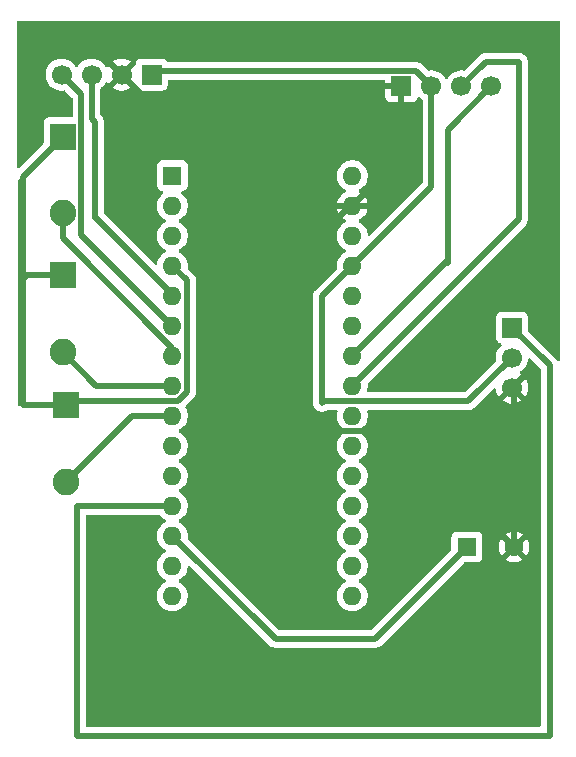
<source format=gbr>
%TF.GenerationSoftware,KiCad,Pcbnew,9.0.2*%
%TF.CreationDate,2025-06-04T00:58:58-04:00*%
%TF.ProjectId,placapcbbalanza,706c6163-6170-4636-9262-616c616e7a61,rev?*%
%TF.SameCoordinates,Original*%
%TF.FileFunction,Copper,L1,Top*%
%TF.FilePolarity,Positive*%
%FSLAX46Y46*%
G04 Gerber Fmt 4.6, Leading zero omitted, Abs format (unit mm)*
G04 Created by KiCad (PCBNEW 9.0.2) date 2025-06-04 00:58:58*
%MOMM*%
%LPD*%
G01*
G04 APERTURE LIST*
%TA.AperFunction,ComponentPad*%
%ADD10R,2.250000X2.250000*%
%TD*%
%TA.AperFunction,ComponentPad*%
%ADD11C,2.250000*%
%TD*%
%TA.AperFunction,ComponentPad*%
%ADD12R,1.700000X1.700000*%
%TD*%
%TA.AperFunction,ComponentPad*%
%ADD13C,1.700000*%
%TD*%
%TA.AperFunction,ComponentPad*%
%ADD14R,1.600000X1.600000*%
%TD*%
%TA.AperFunction,ComponentPad*%
%ADD15O,1.600000X1.600000*%
%TD*%
%TA.AperFunction,ComponentPad*%
%ADD16C,1.600000*%
%TD*%
%TA.AperFunction,Conductor*%
%ADD17C,0.500000*%
%TD*%
%TA.AperFunction,Conductor*%
%ADD18C,0.200000*%
%TD*%
G04 APERTURE END LIST*
D10*
%TO.P,SW4,1,1*%
%TO.N,Net-(A1-GND-Pad4)*%
X21404500Y-23325500D03*
D11*
%TO.P,SW4,2,2*%
%TO.N,Net-(A1-D4)*%
X21404500Y-29825500D03*
%TD*%
D12*
%TO.P,J3,1,Pin_1*%
%TO.N,Net-(A1-+5V)*%
X28924500Y-18075500D03*
D13*
%TO.P,J3,2,Pin_2*%
%TO.N,GND*%
X26384500Y-18075500D03*
%TO.P,J3,3,Pin_3*%
%TO.N,Net-(A1-D2)*%
X23844500Y-18075500D03*
%TO.P,J3,4,Pin_4*%
%TO.N,Net-(A1-D3)*%
X21304500Y-18075500D03*
%TD*%
D12*
%TO.P,J2,1,Pin_1*%
%TO.N,Net-(A1-D9)*%
X59434500Y-39495500D03*
D13*
%TO.P,J2,2,Pin_2*%
%TO.N,Net-(A1-+5V)*%
X59434500Y-42035500D03*
%TO.P,J2,3,Pin_3*%
%TO.N,GND*%
X59434500Y-44575500D03*
%TD*%
D12*
%TO.P,J4,1,Pin_1*%
%TO.N,GND*%
X50074500Y-19075500D03*
D13*
%TO.P,J4,2,Pin_2*%
%TO.N,Net-(A1-+5V)*%
X52614500Y-19075500D03*
%TO.P,J4,3,Pin_3*%
%TO.N,Net-(A1-A4)*%
X55154500Y-19075500D03*
%TO.P,J4,4,Pin_4*%
%TO.N,Net-(A1-A5)*%
X57694500Y-19075500D03*
%TD*%
D10*
%TO.P,SW2,1,1*%
%TO.N,Net-(A1-GND-Pad4)*%
X21654500Y-46075500D03*
D11*
%TO.P,SW2,2,2*%
%TO.N,Net-(A1-D6)*%
X21654500Y-52575500D03*
%TD*%
D14*
%TO.P,A1,1,D1/TX*%
%TO.N,unconnected-(A1-D1{slash}TX-Pad1)*%
X30684500Y-26635500D03*
D15*
%TO.P,A1,2,D0/RX*%
%TO.N,unconnected-(A1-D0{slash}RX-Pad2)*%
X30684500Y-29175500D03*
%TO.P,A1,3,~{RESET}*%
%TO.N,unconnected-(A1-~{RESET}-Pad3)*%
X30684500Y-31715500D03*
%TO.P,A1,4,GND*%
%TO.N,Net-(A1-GND-Pad4)*%
X30684500Y-34255500D03*
%TO.P,A1,5,D2*%
%TO.N,Net-(A1-D2)*%
X30684500Y-36795500D03*
%TO.P,A1,6,D3*%
%TO.N,Net-(A1-D3)*%
X30684500Y-39335500D03*
%TO.P,A1,7,D4*%
%TO.N,Net-(A1-D4)*%
X30684500Y-41875500D03*
%TO.P,A1,8,D5*%
%TO.N,Net-(A1-D5)*%
X30684500Y-44415500D03*
%TO.P,A1,9,D6*%
%TO.N,Net-(A1-D6)*%
X30684500Y-46955500D03*
%TO.P,A1,10,D7*%
%TO.N,unconnected-(A1-D7-Pad10)*%
X30684500Y-49495500D03*
%TO.P,A1,11,D8*%
%TO.N,unconnected-(A1-D8-Pad11)*%
X30684500Y-52035500D03*
%TO.P,A1,12,D9*%
%TO.N,Net-(A1-D9)*%
X30684500Y-54575500D03*
%TO.P,A1,13,D10*%
%TO.N,Net-(A1-D10)*%
X30684500Y-57115500D03*
%TO.P,A1,14,D11*%
%TO.N,unconnected-(A1-D11-Pad14)*%
X30684500Y-59655500D03*
%TO.P,A1,15,D12*%
%TO.N,unconnected-(A1-D12-Pad15)*%
X30684500Y-62195500D03*
%TO.P,A1,16,D13*%
%TO.N,unconnected-(A1-D13-Pad16)*%
X45924500Y-62195500D03*
%TO.P,A1,17,3V3*%
%TO.N,unconnected-(A1-3V3-Pad17)*%
X45924500Y-59655500D03*
%TO.P,A1,18,AREF*%
%TO.N,unconnected-(A1-AREF-Pad18)*%
X45924500Y-57115500D03*
%TO.P,A1,19,A0*%
%TO.N,unconnected-(A1-A0-Pad19)*%
X45924500Y-54575500D03*
%TO.P,A1,20,A1*%
%TO.N,unconnected-(A1-A1-Pad20)*%
X45924500Y-52035500D03*
%TO.P,A1,21,A2*%
%TO.N,unconnected-(A1-A2-Pad21)*%
X45924500Y-49495500D03*
%TO.P,A1,22,A3*%
%TO.N,unconnected-(A1-A3-Pad22)*%
X45924500Y-46955500D03*
%TO.P,A1,23,A4*%
%TO.N,Net-(A1-A4)*%
X45924500Y-44415500D03*
%TO.P,A1,24,A5*%
%TO.N,Net-(A1-A5)*%
X45924500Y-41875500D03*
%TO.P,A1,25,A6*%
%TO.N,unconnected-(A1-A6-Pad25)*%
X45924500Y-39335500D03*
%TO.P,A1,26,A7*%
%TO.N,unconnected-(A1-A7-Pad26)*%
X45924500Y-36795500D03*
%TO.P,A1,27,+5V*%
%TO.N,Net-(A1-+5V)*%
X45924500Y-34255500D03*
%TO.P,A1,28,~{RESET}*%
%TO.N,unconnected-(A1-~{RESET}-Pad28)*%
X45924500Y-31715500D03*
%TO.P,A1,29,GND*%
%TO.N,GND*%
X45924500Y-29175500D03*
%TO.P,A1,30,VIN*%
%TO.N,unconnected-(A1-VIN-Pad30)*%
X45924500Y-26635500D03*
%TD*%
D10*
%TO.P,SW1,1,1*%
%TO.N,Net-(A1-GND-Pad4)*%
X21404500Y-35075500D03*
D11*
%TO.P,SW1,2,2*%
%TO.N,Net-(A1-D5)*%
X21404500Y-41575500D03*
%TD*%
D14*
%TO.P,BZ1,1,+*%
%TO.N,Net-(A1-D10)*%
X55614500Y-58075500D03*
D16*
%TO.P,BZ1,2,-*%
%TO.N,GND*%
X59614500Y-58075500D03*
%TD*%
D17*
%TO.N,Net-(A1-D9)*%
X22614500Y-54575500D02*
X30684500Y-54575500D01*
X62614500Y-74075500D02*
X22614500Y-74075500D01*
X62614500Y-42675500D02*
X62614500Y-74075500D01*
X22614500Y-74075500D02*
X22614500Y-54575500D01*
X59434500Y-39495500D02*
X62614500Y-42675500D01*
%TO.N,Net-(A1-D5)*%
X21404500Y-41575500D02*
X24244500Y-44415500D01*
X30684500Y-44415500D02*
X24244500Y-44415500D01*
%TO.N,Net-(A1-A5)*%
X54003500Y-33796500D02*
X54003500Y-33996500D01*
X54000000Y-34000000D02*
X54000000Y-22770000D01*
X45924500Y-41875500D02*
X54003500Y-33796500D01*
X54000000Y-22770000D02*
X57694500Y-19075500D01*
X54003500Y-33996500D02*
X54000000Y-34000000D01*
%TO.N,Net-(A1-GND-Pad4)*%
X21404500Y-35075500D02*
X18075500Y-35075500D01*
D18*
X18654500Y-35075500D02*
X21404500Y-35075500D01*
X17654500Y-35575500D02*
X18154500Y-35575500D01*
D17*
X21404500Y-23325500D02*
X18000000Y-26730000D01*
X22025500Y-45704500D02*
X21654500Y-46075500D01*
X18075500Y-46075500D02*
X18000000Y-46000000D01*
X18000000Y-35000000D02*
X18000000Y-46000000D01*
X21654500Y-46075500D02*
X18075500Y-46075500D01*
D18*
X18154500Y-35575500D02*
X18654500Y-35075500D01*
X17654500Y-27075500D02*
X21404500Y-23325500D01*
X18000000Y-46075500D02*
X17654500Y-46075500D01*
D17*
X18075500Y-35075500D02*
X18000000Y-35000000D01*
X18000000Y-46000000D02*
X18000000Y-46075500D01*
X31164682Y-45704500D02*
X22025500Y-45704500D01*
D18*
X17654500Y-46075500D02*
X17654500Y-35575500D01*
D17*
X31935500Y-35506500D02*
X31935500Y-44933682D01*
X31935500Y-44933682D02*
X31164682Y-45704500D01*
D18*
X17654500Y-35575500D02*
X17654500Y-27075500D01*
X21654500Y-46075500D02*
X18000000Y-46075500D01*
D17*
X18000000Y-26730000D02*
X18000000Y-35000000D01*
X30684500Y-34255500D02*
X31935500Y-35506500D01*
%TO.N,Net-(A1-D6)*%
X21654500Y-52575500D02*
X27274500Y-46955500D01*
X27274500Y-46955500D02*
X30684500Y-46955500D01*
%TO.N,Net-(A1-D10)*%
X39414000Y-65845000D02*
X47845000Y-65845000D01*
X47845000Y-65845000D02*
X55614500Y-58075500D01*
X30684500Y-57115500D02*
X39414000Y-65845000D01*
%TO.N,Net-(A1-+5V)*%
X29225500Y-17774500D02*
X51313500Y-17774500D01*
X28924500Y-18075500D02*
X29225500Y-17774500D01*
X55704500Y-45704500D02*
X55735000Y-45735000D01*
X52614500Y-27565500D02*
X45924500Y-34255500D01*
X43485500Y-45704500D02*
X55704500Y-45704500D01*
X45924500Y-34255500D02*
X43335500Y-36844500D01*
X43335500Y-45854500D02*
X43485500Y-45704500D01*
X51313500Y-17774500D02*
X52614500Y-19075500D01*
X59434500Y-42035500D02*
X55735000Y-45735000D01*
X52614500Y-19075500D02*
X52614500Y-27565500D01*
X43335500Y-36844500D02*
X43335500Y-45854500D01*
%TO.N,Net-(A1-A4)*%
X60000000Y-30340000D02*
X60000000Y-17000000D01*
X60000000Y-30340000D02*
X45924500Y-44415500D01*
X57230000Y-17000000D02*
X55154500Y-19075500D01*
X60000000Y-17000000D02*
X57230000Y-17000000D01*
%TO.N,Net-(A1-D3)*%
X22980500Y-19751500D02*
X21304500Y-18075500D01*
X22980500Y-31631500D02*
X22980500Y-19751500D01*
X30684500Y-39335500D02*
X22980500Y-31631500D01*
%TO.N,Net-(A1-D4)*%
X21404500Y-29825500D02*
X21404500Y-31923500D01*
X30684500Y-41203500D02*
X30684500Y-41875500D01*
X21404500Y-31923500D02*
X30684500Y-41203500D01*
%TO.N,Net-(A1-D2)*%
X24114500Y-22075500D02*
X23844500Y-21805500D01*
X24225500Y-30225500D02*
X24114500Y-30225500D01*
X24114500Y-30225500D02*
X24114500Y-22075500D01*
X30684500Y-36795500D02*
X30795500Y-36795500D01*
X23844500Y-21805500D02*
X23844500Y-18075500D01*
X30795500Y-36795500D02*
X24225500Y-30225500D01*
D18*
%TO.N,GND*%
X59434500Y-51075500D02*
X58955500Y-50596500D01*
D17*
X56679000Y-48244500D02*
X43859000Y-48244500D01*
D18*
X59434500Y-57895500D02*
X59614500Y-58075500D01*
D17*
X50074500Y-25025500D02*
X50074500Y-19075500D01*
D18*
X41614500Y-33485500D02*
X45924500Y-29175500D01*
D17*
X45924500Y-29175500D02*
X50074500Y-25025500D01*
X59614500Y-58075500D02*
X59614500Y-44755500D01*
X41614500Y-33305500D02*
X41614500Y-33485500D01*
X45924500Y-29175500D02*
X45744500Y-29175500D01*
X41614500Y-46000000D02*
X41614500Y-33485500D01*
X26384500Y-18075500D02*
X41614500Y-33305500D01*
D18*
X59434500Y-51000000D02*
X59434500Y-51075500D01*
D17*
X59614500Y-44755500D02*
X59434500Y-44575500D01*
D18*
X59434500Y-44575500D02*
X59434500Y-51000000D01*
D17*
X59434500Y-51000000D02*
X56679000Y-48244500D01*
D18*
X59434500Y-51075500D02*
X59434500Y-57895500D01*
D17*
X43859000Y-48244500D02*
X41614500Y-46000000D01*
X45744500Y-29175500D02*
X41614500Y-33305500D01*
%TD*%
%TA.AperFunction,Conductor*%
%TO.N,GND*%
G36*
X25918575Y-18268493D02*
G01*
X25984401Y-18382507D01*
X26077493Y-18475599D01*
X26191507Y-18541425D01*
X26255090Y-18558462D01*
X25622782Y-19190769D01*
X25622782Y-19190770D01*
X25676949Y-19230124D01*
X25866282Y-19326595D01*
X26068370Y-19392257D01*
X26278254Y-19425500D01*
X26490746Y-19425500D01*
X26700627Y-19392257D01*
X26700630Y-19392257D01*
X26902717Y-19326595D01*
X27092054Y-19230122D01*
X27146216Y-19190770D01*
X27146217Y-19190770D01*
X26513908Y-18558462D01*
X26577493Y-18541425D01*
X26691507Y-18475599D01*
X26784599Y-18382507D01*
X26850425Y-18268493D01*
X26867462Y-18204909D01*
X27537681Y-18875128D01*
X27571166Y-18936451D01*
X27574000Y-18962800D01*
X27574000Y-18973365D01*
X27574001Y-18973376D01*
X27580408Y-19032983D01*
X27630702Y-19167828D01*
X27630706Y-19167835D01*
X27716952Y-19283044D01*
X27716955Y-19283047D01*
X27832164Y-19369293D01*
X27832171Y-19369297D01*
X27967017Y-19419591D01*
X27967016Y-19419591D01*
X27973944Y-19420335D01*
X28026627Y-19426000D01*
X29822372Y-19425999D01*
X29881983Y-19419591D01*
X30016831Y-19369296D01*
X30132046Y-19283046D01*
X30194560Y-19199539D01*
X30202915Y-19188377D01*
X30218296Y-19167831D01*
X30268591Y-19032983D01*
X30275000Y-18973373D01*
X30275000Y-18649000D01*
X30294685Y-18581961D01*
X30347489Y-18536206D01*
X30399000Y-18525000D01*
X48600500Y-18525000D01*
X48667539Y-18544685D01*
X48713294Y-18597489D01*
X48724500Y-18649000D01*
X48724500Y-18825500D01*
X49641488Y-18825500D01*
X49608575Y-18882507D01*
X49574500Y-19009674D01*
X49574500Y-19141326D01*
X49608575Y-19268493D01*
X49641488Y-19325500D01*
X48724500Y-19325500D01*
X48724500Y-19973344D01*
X48730901Y-20032872D01*
X48730903Y-20032879D01*
X48781145Y-20167586D01*
X48781149Y-20167593D01*
X48867309Y-20282687D01*
X48867312Y-20282690D01*
X48982406Y-20368850D01*
X48982413Y-20368854D01*
X49117120Y-20419096D01*
X49117127Y-20419098D01*
X49176655Y-20425499D01*
X49176672Y-20425500D01*
X49824500Y-20425500D01*
X49824500Y-19508512D01*
X49881507Y-19541425D01*
X50008674Y-19575500D01*
X50140326Y-19575500D01*
X50267493Y-19541425D01*
X50324500Y-19508512D01*
X50324500Y-20425500D01*
X50972328Y-20425500D01*
X50972344Y-20425499D01*
X51031872Y-20419098D01*
X51031879Y-20419096D01*
X51166586Y-20368854D01*
X51166593Y-20368850D01*
X51281687Y-20282690D01*
X51281690Y-20282687D01*
X51367850Y-20167593D01*
X51367854Y-20167586D01*
X51416922Y-20036029D01*
X51458793Y-19980095D01*
X51524257Y-19955678D01*
X51592530Y-19970530D01*
X51620785Y-19991681D01*
X51734708Y-20105604D01*
X51812884Y-20162402D01*
X51855551Y-20217731D01*
X51864000Y-20262720D01*
X51864000Y-27203269D01*
X51844315Y-27270308D01*
X51827681Y-27290950D01*
X47435433Y-31683197D01*
X47374110Y-31716682D01*
X47304418Y-31711698D01*
X47248485Y-31669826D01*
X47225279Y-31614914D01*
X47225000Y-31613152D01*
X47225000Y-31613148D01*
X47192977Y-31410966D01*
X47129720Y-31216281D01*
X47129718Y-31216278D01*
X47129718Y-31216276D01*
X47052823Y-31065363D01*
X47036787Y-31033890D01*
X47010723Y-30998016D01*
X46916471Y-30868286D01*
X46771713Y-30723528D01*
X46606111Y-30603213D01*
X46512869Y-30555703D01*
X46462074Y-30507729D01*
X46445279Y-30439907D01*
X46467817Y-30373773D01*
X46512871Y-30334734D01*
X46605847Y-30287361D01*
X46771394Y-30167082D01*
X46771395Y-30167082D01*
X46916082Y-30022395D01*
X46916082Y-30022394D01*
X47036359Y-29856849D01*
X47129255Y-29674529D01*
X47192490Y-29479913D01*
X47201109Y-29425500D01*
X46357512Y-29425500D01*
X46390425Y-29368493D01*
X46424500Y-29241326D01*
X46424500Y-29109674D01*
X46390425Y-28982507D01*
X46357512Y-28925500D01*
X47201109Y-28925500D01*
X47192490Y-28871086D01*
X47129255Y-28676470D01*
X47036359Y-28494150D01*
X46916082Y-28328605D01*
X46916082Y-28328604D01*
X46771395Y-28183917D01*
X46605849Y-28063640D01*
X46512870Y-28016265D01*
X46462074Y-27968290D01*
X46445279Y-27900469D01*
X46467816Y-27834335D01*
X46512870Y-27795295D01*
X46517288Y-27793044D01*
X46606110Y-27747787D01*
X46627270Y-27732413D01*
X46771713Y-27627471D01*
X46771715Y-27627468D01*
X46771719Y-27627466D01*
X46916466Y-27482719D01*
X46916468Y-27482715D01*
X46916471Y-27482713D01*
X46969232Y-27410090D01*
X47036787Y-27317110D01*
X47129720Y-27134719D01*
X47192977Y-26940034D01*
X47225000Y-26737852D01*
X47225000Y-26533148D01*
X47192977Y-26330966D01*
X47129720Y-26136281D01*
X47129718Y-26136278D01*
X47129718Y-26136276D01*
X47096003Y-26070107D01*
X47036787Y-25953890D01*
X47028932Y-25943079D01*
X46916471Y-25788286D01*
X46771713Y-25643528D01*
X46606113Y-25523215D01*
X46606112Y-25523214D01*
X46606110Y-25523213D01*
X46549153Y-25494191D01*
X46423723Y-25430281D01*
X46229034Y-25367022D01*
X46054495Y-25339378D01*
X46026852Y-25335000D01*
X45822148Y-25335000D01*
X45797829Y-25338851D01*
X45619965Y-25367022D01*
X45425276Y-25430281D01*
X45242886Y-25523215D01*
X45077286Y-25643528D01*
X44932528Y-25788286D01*
X44812215Y-25953886D01*
X44719281Y-26136276D01*
X44656022Y-26330965D01*
X44624000Y-26533148D01*
X44624000Y-26737851D01*
X44656022Y-26940034D01*
X44719281Y-27134723D01*
X44812215Y-27317113D01*
X44932528Y-27482713D01*
X45077286Y-27627471D01*
X45232249Y-27740056D01*
X45242890Y-27747787D01*
X45314924Y-27784490D01*
X45336129Y-27795295D01*
X45386925Y-27843270D01*
X45403720Y-27911091D01*
X45381182Y-27977226D01*
X45336129Y-28016265D01*
X45243150Y-28063640D01*
X45077605Y-28183917D01*
X45077604Y-28183917D01*
X44932917Y-28328604D01*
X44932917Y-28328605D01*
X44812640Y-28494150D01*
X44719744Y-28676470D01*
X44656509Y-28871086D01*
X44647891Y-28925500D01*
X45491488Y-28925500D01*
X45458575Y-28982507D01*
X45424500Y-29109674D01*
X45424500Y-29241326D01*
X45458575Y-29368493D01*
X45491488Y-29425500D01*
X44647891Y-29425500D01*
X44656509Y-29479913D01*
X44719744Y-29674529D01*
X44812640Y-29856849D01*
X44932917Y-30022394D01*
X44932917Y-30022395D01*
X45077604Y-30167082D01*
X45243152Y-30287361D01*
X45336128Y-30334734D01*
X45386925Y-30382708D01*
X45403720Y-30450529D01*
X45381183Y-30516664D01*
X45336130Y-30555703D01*
X45242888Y-30603213D01*
X45077286Y-30723528D01*
X44932528Y-30868286D01*
X44812215Y-31033886D01*
X44719281Y-31216276D01*
X44656022Y-31410965D01*
X44624000Y-31613148D01*
X44624000Y-31817851D01*
X44656022Y-32020034D01*
X44719281Y-32214723D01*
X44812215Y-32397113D01*
X44932528Y-32562713D01*
X45077286Y-32707471D01*
X45232249Y-32820056D01*
X45242890Y-32827787D01*
X45334340Y-32874383D01*
X45335580Y-32875015D01*
X45386376Y-32922990D01*
X45403171Y-32990811D01*
X45380634Y-33056946D01*
X45335580Y-33095985D01*
X45242886Y-33143215D01*
X45077286Y-33263528D01*
X44932528Y-33408286D01*
X44812215Y-33573886D01*
X44719281Y-33756276D01*
X44656022Y-33950965D01*
X44632818Y-34097473D01*
X44624000Y-34153148D01*
X44624000Y-34357852D01*
X44632818Y-34413525D01*
X44623864Y-34482818D01*
X44598026Y-34520604D01*
X42752550Y-36366080D01*
X42752544Y-36366088D01*
X42703312Y-36439768D01*
X42703313Y-36439769D01*
X42670421Y-36488996D01*
X42670414Y-36489008D01*
X42613842Y-36625586D01*
X42613840Y-36625592D01*
X42585000Y-36770579D01*
X42585000Y-36770582D01*
X42585000Y-45928418D01*
X42585000Y-45928420D01*
X42584999Y-45928420D01*
X42613840Y-46073407D01*
X42613843Y-46073417D01*
X42670413Y-46209990D01*
X42670417Y-46209997D01*
X42676371Y-46218907D01*
X42676373Y-46218914D01*
X42676375Y-46218913D01*
X42752548Y-46332916D01*
X42857084Y-46437452D01*
X42923137Y-46481586D01*
X42980005Y-46519584D01*
X42980007Y-46519585D01*
X42980011Y-46519587D01*
X43047342Y-46547476D01*
X43116587Y-46576158D01*
X43116591Y-46576158D01*
X43116592Y-46576159D01*
X43261579Y-46605000D01*
X43261582Y-46605000D01*
X43409420Y-46605000D01*
X43506962Y-46585596D01*
X43554413Y-46576158D01*
X43690995Y-46519584D01*
X43747863Y-46481586D01*
X43756387Y-46475890D01*
X43823065Y-46455020D01*
X43825266Y-46455000D01*
X44549024Y-46455000D01*
X44616063Y-46474685D01*
X44661818Y-46527489D01*
X44671762Y-46596647D01*
X44666955Y-46617317D01*
X44656024Y-46650957D01*
X44656023Y-46650964D01*
X44624000Y-46853148D01*
X44624000Y-47057851D01*
X44656022Y-47260034D01*
X44719281Y-47454723D01*
X44812215Y-47637113D01*
X44932528Y-47802713D01*
X45077286Y-47947471D01*
X45232249Y-48060056D01*
X45242890Y-48067787D01*
X45334340Y-48114383D01*
X45335580Y-48115015D01*
X45386376Y-48162990D01*
X45403171Y-48230811D01*
X45380634Y-48296946D01*
X45335580Y-48335985D01*
X45242886Y-48383215D01*
X45077286Y-48503528D01*
X44932528Y-48648286D01*
X44812215Y-48813886D01*
X44719281Y-48996276D01*
X44656022Y-49190965D01*
X44624000Y-49393148D01*
X44624000Y-49597851D01*
X44656022Y-49800034D01*
X44719281Y-49994723D01*
X44812215Y-50177113D01*
X44932528Y-50342713D01*
X45077286Y-50487471D01*
X45232249Y-50600056D01*
X45242890Y-50607787D01*
X45334340Y-50654383D01*
X45335580Y-50655015D01*
X45386376Y-50702990D01*
X45403171Y-50770811D01*
X45380634Y-50836946D01*
X45335580Y-50875985D01*
X45242886Y-50923215D01*
X45077286Y-51043528D01*
X44932528Y-51188286D01*
X44812215Y-51353886D01*
X44719281Y-51536276D01*
X44656022Y-51730965D01*
X44624000Y-51933148D01*
X44624000Y-52137851D01*
X44656022Y-52340034D01*
X44719281Y-52534723D01*
X44783191Y-52660153D01*
X44805242Y-52703429D01*
X44812215Y-52717113D01*
X44932528Y-52882713D01*
X45077286Y-53027471D01*
X45232249Y-53140056D01*
X45242890Y-53147787D01*
X45334340Y-53194383D01*
X45335580Y-53195015D01*
X45386376Y-53242990D01*
X45403171Y-53310811D01*
X45380634Y-53376946D01*
X45335580Y-53415985D01*
X45242886Y-53463215D01*
X45077286Y-53583528D01*
X44932528Y-53728286D01*
X44812215Y-53893886D01*
X44719281Y-54076276D01*
X44656022Y-54270965D01*
X44624000Y-54473148D01*
X44624000Y-54677851D01*
X44656022Y-54880034D01*
X44719281Y-55074723D01*
X44812215Y-55257113D01*
X44932528Y-55422713D01*
X45077286Y-55567471D01*
X45232249Y-55680056D01*
X45242890Y-55687787D01*
X45334340Y-55734383D01*
X45335580Y-55735015D01*
X45386376Y-55782990D01*
X45403171Y-55850811D01*
X45380634Y-55916946D01*
X45335580Y-55955985D01*
X45242886Y-56003215D01*
X45077286Y-56123528D01*
X44932528Y-56268286D01*
X44812215Y-56433886D01*
X44719281Y-56616276D01*
X44656022Y-56810965D01*
X44639077Y-56917954D01*
X44624000Y-57013148D01*
X44624000Y-57217852D01*
X44628378Y-57245495D01*
X44656022Y-57420034D01*
X44719281Y-57614723D01*
X44812215Y-57797113D01*
X44932528Y-57962713D01*
X45077286Y-58107471D01*
X45232249Y-58220056D01*
X45242890Y-58227787D01*
X45334340Y-58274383D01*
X45335580Y-58275015D01*
X45386376Y-58322990D01*
X45403171Y-58390811D01*
X45380634Y-58456946D01*
X45335580Y-58495985D01*
X45242886Y-58543215D01*
X45077286Y-58663528D01*
X44932528Y-58808286D01*
X44812215Y-58973886D01*
X44719281Y-59156276D01*
X44656022Y-59350965D01*
X44624000Y-59553148D01*
X44624000Y-59757851D01*
X44656022Y-59960034D01*
X44719281Y-60154723D01*
X44812215Y-60337113D01*
X44932528Y-60502713D01*
X45077286Y-60647471D01*
X45232249Y-60760056D01*
X45242890Y-60767787D01*
X45334340Y-60814383D01*
X45335580Y-60815015D01*
X45386376Y-60862990D01*
X45403171Y-60930811D01*
X45380634Y-60996946D01*
X45335580Y-61035985D01*
X45242886Y-61083215D01*
X45077286Y-61203528D01*
X44932528Y-61348286D01*
X44812215Y-61513886D01*
X44719281Y-61696276D01*
X44656022Y-61890965D01*
X44624000Y-62093148D01*
X44624000Y-62297851D01*
X44656022Y-62500034D01*
X44719281Y-62694723D01*
X44812215Y-62877113D01*
X44932528Y-63042713D01*
X45077286Y-63187471D01*
X45232249Y-63300056D01*
X45242890Y-63307787D01*
X45359107Y-63367003D01*
X45425276Y-63400718D01*
X45425278Y-63400718D01*
X45425281Y-63400720D01*
X45529637Y-63434627D01*
X45619965Y-63463977D01*
X45721057Y-63479988D01*
X45822148Y-63496000D01*
X45822149Y-63496000D01*
X46026851Y-63496000D01*
X46026852Y-63496000D01*
X46229034Y-63463977D01*
X46423719Y-63400720D01*
X46606110Y-63307787D01*
X46699090Y-63240232D01*
X46771713Y-63187471D01*
X46771715Y-63187468D01*
X46771719Y-63187466D01*
X46916466Y-63042719D01*
X46916468Y-63042715D01*
X46916471Y-63042713D01*
X46969232Y-62970090D01*
X47036787Y-62877110D01*
X47129720Y-62694719D01*
X47192977Y-62500034D01*
X47225000Y-62297852D01*
X47225000Y-62093148D01*
X47192977Y-61890966D01*
X47129720Y-61696281D01*
X47129718Y-61696278D01*
X47129718Y-61696276D01*
X47096003Y-61630107D01*
X47036787Y-61513890D01*
X47029056Y-61503249D01*
X46916471Y-61348286D01*
X46771713Y-61203528D01*
X46606114Y-61083215D01*
X46599506Y-61079848D01*
X46513417Y-61035983D01*
X46462623Y-60988011D01*
X46445828Y-60920190D01*
X46468365Y-60854055D01*
X46513417Y-60815016D01*
X46606110Y-60767787D01*
X46627270Y-60752413D01*
X46771713Y-60647471D01*
X46771715Y-60647468D01*
X46771719Y-60647466D01*
X46916466Y-60502719D01*
X46916468Y-60502715D01*
X46916471Y-60502713D01*
X46969232Y-60430090D01*
X47036787Y-60337110D01*
X47129720Y-60154719D01*
X47192977Y-59960034D01*
X47225000Y-59757852D01*
X47225000Y-59553148D01*
X47192977Y-59350966D01*
X47129720Y-59156281D01*
X47129718Y-59156278D01*
X47129718Y-59156276D01*
X47096003Y-59090107D01*
X47036787Y-58973890D01*
X47000078Y-58923364D01*
X46916471Y-58808286D01*
X46771713Y-58663528D01*
X46606114Y-58543215D01*
X46571346Y-58525500D01*
X46513417Y-58495983D01*
X46462623Y-58448011D01*
X46445828Y-58380190D01*
X46468365Y-58314055D01*
X46513417Y-58275016D01*
X46606110Y-58227787D01*
X46627270Y-58212413D01*
X46771713Y-58107471D01*
X46771715Y-58107468D01*
X46771719Y-58107466D01*
X46916466Y-57962719D01*
X46916468Y-57962715D01*
X46916471Y-57962713D01*
X46969232Y-57890090D01*
X47036787Y-57797110D01*
X47129720Y-57614719D01*
X47192977Y-57420034D01*
X47225000Y-57217852D01*
X47225000Y-57013148D01*
X47192977Y-56810966D01*
X47183373Y-56781409D01*
X47129718Y-56616276D01*
X47096003Y-56550107D01*
X47036787Y-56433890D01*
X47029056Y-56423249D01*
X46916471Y-56268286D01*
X46771713Y-56123528D01*
X46606114Y-56003215D01*
X46599506Y-55999848D01*
X46513417Y-55955983D01*
X46462623Y-55908011D01*
X46445828Y-55840190D01*
X46468365Y-55774055D01*
X46513417Y-55735016D01*
X46606110Y-55687787D01*
X46627270Y-55672413D01*
X46771713Y-55567471D01*
X46771715Y-55567468D01*
X46771719Y-55567466D01*
X46916466Y-55422719D01*
X46916468Y-55422715D01*
X46916471Y-55422713D01*
X46986736Y-55326000D01*
X47036787Y-55257110D01*
X47129720Y-55074719D01*
X47192977Y-54880034D01*
X47225000Y-54677852D01*
X47225000Y-54473148D01*
X47192977Y-54270966D01*
X47129720Y-54076281D01*
X47129718Y-54076278D01*
X47129718Y-54076276D01*
X47096003Y-54010107D01*
X47036787Y-53893890D01*
X46986736Y-53825000D01*
X46916471Y-53728286D01*
X46771713Y-53583528D01*
X46606114Y-53463215D01*
X46535915Y-53427447D01*
X46513417Y-53415983D01*
X46462623Y-53368011D01*
X46445828Y-53300190D01*
X46468365Y-53234055D01*
X46513417Y-53195016D01*
X46606110Y-53147787D01*
X46627270Y-53132413D01*
X46771713Y-53027471D01*
X46771715Y-53027468D01*
X46771719Y-53027466D01*
X46916466Y-52882719D01*
X46916468Y-52882715D01*
X46916471Y-52882713D01*
X46969232Y-52810090D01*
X47036787Y-52717110D01*
X47129720Y-52534719D01*
X47192977Y-52340034D01*
X47225000Y-52137852D01*
X47225000Y-51933148D01*
X47192977Y-51730966D01*
X47190568Y-51723553D01*
X47129718Y-51536276D01*
X47096003Y-51470107D01*
X47036787Y-51353890D01*
X47023522Y-51335632D01*
X46916471Y-51188286D01*
X46771713Y-51043528D01*
X46606114Y-50923215D01*
X46599506Y-50919848D01*
X46513417Y-50875983D01*
X46462623Y-50828011D01*
X46445828Y-50760190D01*
X46468365Y-50694055D01*
X46513417Y-50655016D01*
X46606110Y-50607787D01*
X46627270Y-50592413D01*
X46771713Y-50487471D01*
X46771715Y-50487468D01*
X46771719Y-50487466D01*
X46916466Y-50342719D01*
X46916468Y-50342715D01*
X46916471Y-50342713D01*
X46969232Y-50270090D01*
X47036787Y-50177110D01*
X47129720Y-49994719D01*
X47192977Y-49800034D01*
X47225000Y-49597852D01*
X47225000Y-49393148D01*
X47192977Y-49190966D01*
X47129720Y-48996281D01*
X47129718Y-48996278D01*
X47129718Y-48996276D01*
X47096003Y-48930107D01*
X47036787Y-48813890D01*
X47029056Y-48803249D01*
X46916471Y-48648286D01*
X46771713Y-48503528D01*
X46606114Y-48383215D01*
X46599506Y-48379848D01*
X46513417Y-48335983D01*
X46462623Y-48288011D01*
X46445828Y-48220190D01*
X46468365Y-48154055D01*
X46513417Y-48115016D01*
X46606110Y-48067787D01*
X46627270Y-48052413D01*
X46771713Y-47947471D01*
X46771715Y-47947468D01*
X46771719Y-47947466D01*
X46916466Y-47802719D01*
X46916468Y-47802715D01*
X46916471Y-47802713D01*
X46986736Y-47706000D01*
X47036787Y-47637110D01*
X47129720Y-47454719D01*
X47192977Y-47260034D01*
X47225000Y-47057852D01*
X47225000Y-46853148D01*
X47192977Y-46650966D01*
X47192975Y-46650962D01*
X47192975Y-46650957D01*
X47182045Y-46617317D01*
X47180050Y-46547476D01*
X47216131Y-46487644D01*
X47278832Y-46456816D01*
X47299976Y-46455000D01*
X55495534Y-46455000D01*
X55519725Y-46457383D01*
X55661078Y-46485499D01*
X55661082Y-46485500D01*
X55661083Y-46485500D01*
X55808919Y-46485500D01*
X55808920Y-46485499D01*
X55953913Y-46456659D01*
X56090495Y-46400084D01*
X56213416Y-46317952D01*
X56317952Y-46213416D01*
X57880306Y-44651061D01*
X57941624Y-44617579D01*
X58011315Y-44622563D01*
X58067249Y-44664434D01*
X58090455Y-44719347D01*
X58117742Y-44891627D01*
X58117742Y-44891630D01*
X58183404Y-45093717D01*
X58279875Y-45283050D01*
X58319228Y-45337216D01*
X58951537Y-44704908D01*
X58968575Y-44768493D01*
X59034401Y-44882507D01*
X59127493Y-44975599D01*
X59241507Y-45041425D01*
X59305090Y-45058462D01*
X58672782Y-45690769D01*
X58672782Y-45690770D01*
X58726949Y-45730124D01*
X58916282Y-45826595D01*
X59118370Y-45892257D01*
X59328254Y-45925500D01*
X59540746Y-45925500D01*
X59750627Y-45892257D01*
X59750630Y-45892257D01*
X59952717Y-45826595D01*
X60142054Y-45730122D01*
X60196216Y-45690770D01*
X60196217Y-45690770D01*
X59563908Y-45058462D01*
X59627493Y-45041425D01*
X59741507Y-44975599D01*
X59834599Y-44882507D01*
X59900425Y-44768493D01*
X59917462Y-44704908D01*
X60549770Y-45337217D01*
X60549770Y-45337216D01*
X60589122Y-45283054D01*
X60685595Y-45093717D01*
X60751257Y-44891630D01*
X60751257Y-44891627D01*
X60784500Y-44681746D01*
X60784500Y-44469253D01*
X60751257Y-44259372D01*
X60751257Y-44259369D01*
X60685595Y-44057282D01*
X60589124Y-43867949D01*
X60549770Y-43813782D01*
X60549769Y-43813782D01*
X59917462Y-44446090D01*
X59900425Y-44382507D01*
X59834599Y-44268493D01*
X59741507Y-44175401D01*
X59627493Y-44109575D01*
X59563908Y-44092537D01*
X60196216Y-43460228D01*
X60142047Y-43420873D01*
X60142047Y-43420872D01*
X60133000Y-43416263D01*
X60082206Y-43368288D01*
X60065412Y-43300466D01*
X60087951Y-43234332D01*
X60133008Y-43195293D01*
X60142316Y-43190551D01*
X60221507Y-43133015D01*
X60314286Y-43065609D01*
X60314288Y-43065606D01*
X60314292Y-43065604D01*
X60464604Y-42915292D01*
X60464606Y-42915288D01*
X60464609Y-42915286D01*
X60589548Y-42743320D01*
X60589547Y-42743320D01*
X60589551Y-42743316D01*
X60686057Y-42553912D01*
X60751746Y-42351743D01*
X60778981Y-42179784D01*
X60808910Y-42116652D01*
X60868221Y-42079720D01*
X60938084Y-42080718D01*
X60989135Y-42111503D01*
X61827681Y-42950048D01*
X61861166Y-43011371D01*
X61864000Y-43037729D01*
X61864000Y-73201000D01*
X61844315Y-73268039D01*
X61791511Y-73313794D01*
X61740000Y-73325000D01*
X23489000Y-73325000D01*
X23421961Y-73305315D01*
X23376206Y-73252511D01*
X23365000Y-73201000D01*
X23365000Y-55450000D01*
X23384685Y-55382961D01*
X23437489Y-55337206D01*
X23489000Y-55326000D01*
X29559082Y-55326000D01*
X29626121Y-55345685D01*
X29659400Y-55377115D01*
X29692528Y-55422712D01*
X29692532Y-55422717D01*
X29837286Y-55567471D01*
X29992249Y-55680056D01*
X30002890Y-55687787D01*
X30094340Y-55734383D01*
X30095580Y-55735015D01*
X30146376Y-55782990D01*
X30163171Y-55850811D01*
X30140634Y-55916946D01*
X30095580Y-55955985D01*
X30002886Y-56003215D01*
X29837286Y-56123528D01*
X29692528Y-56268286D01*
X29572215Y-56433886D01*
X29479281Y-56616276D01*
X29416022Y-56810965D01*
X29399077Y-56917954D01*
X29384000Y-57013148D01*
X29384000Y-57217852D01*
X29388378Y-57245495D01*
X29416022Y-57420034D01*
X29479281Y-57614723D01*
X29572215Y-57797113D01*
X29692528Y-57962713D01*
X29837286Y-58107471D01*
X29992249Y-58220056D01*
X30002890Y-58227787D01*
X30094340Y-58274383D01*
X30095580Y-58275015D01*
X30146376Y-58322990D01*
X30163171Y-58390811D01*
X30140634Y-58456946D01*
X30095580Y-58495985D01*
X30002886Y-58543215D01*
X29837286Y-58663528D01*
X29692528Y-58808286D01*
X29572215Y-58973886D01*
X29479281Y-59156276D01*
X29416022Y-59350965D01*
X29384000Y-59553148D01*
X29384000Y-59757851D01*
X29416022Y-59960034D01*
X29479281Y-60154723D01*
X29572215Y-60337113D01*
X29692528Y-60502713D01*
X29837286Y-60647471D01*
X29992249Y-60760056D01*
X30002890Y-60767787D01*
X30094340Y-60814383D01*
X30095580Y-60815015D01*
X30146376Y-60862990D01*
X30163171Y-60930811D01*
X30140634Y-60996946D01*
X30095580Y-61035985D01*
X30002886Y-61083215D01*
X29837286Y-61203528D01*
X29692528Y-61348286D01*
X29572215Y-61513886D01*
X29479281Y-61696276D01*
X29416022Y-61890965D01*
X29384000Y-62093148D01*
X29384000Y-62297851D01*
X29416022Y-62500034D01*
X29479281Y-62694723D01*
X29572215Y-62877113D01*
X29692528Y-63042713D01*
X29837286Y-63187471D01*
X29992249Y-63300056D01*
X30002890Y-63307787D01*
X30119107Y-63367003D01*
X30185276Y-63400718D01*
X30185278Y-63400718D01*
X30185281Y-63400720D01*
X30289637Y-63434627D01*
X30379965Y-63463977D01*
X30481057Y-63479988D01*
X30582148Y-63496000D01*
X30582149Y-63496000D01*
X30786851Y-63496000D01*
X30786852Y-63496000D01*
X30989034Y-63463977D01*
X31183719Y-63400720D01*
X31366110Y-63307787D01*
X31459090Y-63240232D01*
X31531713Y-63187471D01*
X31531715Y-63187468D01*
X31531719Y-63187466D01*
X31676466Y-63042719D01*
X31676468Y-63042715D01*
X31676471Y-63042713D01*
X31729232Y-62970090D01*
X31796787Y-62877110D01*
X31889720Y-62694719D01*
X31952977Y-62500034D01*
X31985000Y-62297852D01*
X31985000Y-62093148D01*
X31952977Y-61890966D01*
X31889720Y-61696281D01*
X31889718Y-61696278D01*
X31889718Y-61696276D01*
X31856003Y-61630107D01*
X31796787Y-61513890D01*
X31789056Y-61503249D01*
X31676471Y-61348286D01*
X31531713Y-61203528D01*
X31366114Y-61083215D01*
X31359506Y-61079848D01*
X31273417Y-61035983D01*
X31222623Y-60988011D01*
X31205828Y-60920190D01*
X31228365Y-60854055D01*
X31273417Y-60815016D01*
X31366110Y-60767787D01*
X31387270Y-60752413D01*
X31531713Y-60647471D01*
X31531715Y-60647468D01*
X31531719Y-60647466D01*
X31676466Y-60502719D01*
X31676468Y-60502715D01*
X31676471Y-60502713D01*
X31729232Y-60430090D01*
X31796787Y-60337110D01*
X31889720Y-60154719D01*
X31952977Y-59960034D01*
X31985000Y-59757852D01*
X31985000Y-59757845D01*
X31985279Y-59756084D01*
X32015208Y-59692950D01*
X32074519Y-59656018D01*
X32144382Y-59657016D01*
X32195433Y-59687801D01*
X38935580Y-66427948D01*
X38935584Y-66427951D01*
X39058498Y-66510080D01*
X39058511Y-66510087D01*
X39195082Y-66566656D01*
X39195087Y-66566658D01*
X39195091Y-66566658D01*
X39195092Y-66566659D01*
X39340079Y-66595500D01*
X39340082Y-66595500D01*
X47918920Y-66595500D01*
X48016462Y-66576096D01*
X48063913Y-66566658D01*
X48200495Y-66510084D01*
X48249729Y-66477186D01*
X48323416Y-66427952D01*
X55339048Y-59412317D01*
X55400371Y-59378833D01*
X55426729Y-59375999D01*
X56462371Y-59375999D01*
X56462372Y-59375999D01*
X56521983Y-59369591D01*
X56656831Y-59319296D01*
X56772046Y-59233046D01*
X56858296Y-59117831D01*
X56878232Y-59064381D01*
X56878233Y-59064379D01*
X56908590Y-58982985D01*
X56908591Y-58982983D01*
X56915000Y-58923373D01*
X56914999Y-57973182D01*
X58314500Y-57973182D01*
X58314500Y-58177817D01*
X58346509Y-58379917D01*
X58409744Y-58574531D01*
X58502641Y-58756850D01*
X58502647Y-58756859D01*
X58535023Y-58801421D01*
X58535024Y-58801422D01*
X59172361Y-58164084D01*
X59195167Y-58249194D01*
X59254410Y-58351806D01*
X59338194Y-58435590D01*
X59440806Y-58494833D01*
X59525914Y-58517637D01*
X58888576Y-59154974D01*
X58933150Y-59187359D01*
X59115468Y-59280255D01*
X59310082Y-59343490D01*
X59512183Y-59375500D01*
X59716817Y-59375500D01*
X59918917Y-59343490D01*
X60113531Y-59280255D01*
X60295849Y-59187359D01*
X60340421Y-59154974D01*
X59703085Y-58517638D01*
X59788194Y-58494833D01*
X59890806Y-58435590D01*
X59974590Y-58351806D01*
X60033833Y-58249194D01*
X60056638Y-58164085D01*
X60693974Y-58801421D01*
X60726359Y-58756849D01*
X60819255Y-58574531D01*
X60882490Y-58379917D01*
X60914500Y-58177817D01*
X60914500Y-57973182D01*
X60882490Y-57771082D01*
X60819255Y-57576468D01*
X60726359Y-57394150D01*
X60693974Y-57349577D01*
X60693974Y-57349576D01*
X60056637Y-57986913D01*
X60033833Y-57901806D01*
X59974590Y-57799194D01*
X59890806Y-57715410D01*
X59788194Y-57656167D01*
X59703084Y-57633361D01*
X60340422Y-56996024D01*
X60340421Y-56996023D01*
X60295859Y-56963647D01*
X60295850Y-56963641D01*
X60113531Y-56870744D01*
X59918917Y-56807509D01*
X59716817Y-56775500D01*
X59512183Y-56775500D01*
X59310082Y-56807509D01*
X59115468Y-56870744D01*
X58933144Y-56963643D01*
X58888577Y-56996023D01*
X58888577Y-56996024D01*
X59525915Y-57633361D01*
X59440806Y-57656167D01*
X59338194Y-57715410D01*
X59254410Y-57799194D01*
X59195167Y-57901806D01*
X59172361Y-57986914D01*
X58535024Y-57349577D01*
X58535023Y-57349577D01*
X58502643Y-57394144D01*
X58409744Y-57576468D01*
X58346509Y-57771082D01*
X58314500Y-57973182D01*
X56914999Y-57973182D01*
X56914999Y-57227628D01*
X56908591Y-57168017D01*
X56908591Y-57168016D01*
X56878231Y-57086616D01*
X56858297Y-57033171D01*
X56858293Y-57033164D01*
X56772047Y-56917955D01*
X56772044Y-56917952D01*
X56656835Y-56831706D01*
X56656828Y-56831702D01*
X56521982Y-56781408D01*
X56521983Y-56781408D01*
X56462383Y-56775001D01*
X56462381Y-56775000D01*
X56462373Y-56775000D01*
X56462364Y-56775000D01*
X54766629Y-56775000D01*
X54766623Y-56775001D01*
X54707016Y-56781408D01*
X54572171Y-56831702D01*
X54572164Y-56831706D01*
X54456955Y-56917952D01*
X54456952Y-56917955D01*
X54370706Y-57033164D01*
X54370702Y-57033171D01*
X54320408Y-57168017D01*
X54315051Y-57217849D01*
X54314001Y-57227623D01*
X54314000Y-57227635D01*
X54314000Y-58263270D01*
X54294315Y-58330309D01*
X54277681Y-58350951D01*
X47570451Y-65058181D01*
X47509128Y-65091666D01*
X47482770Y-65094500D01*
X39776229Y-65094500D01*
X39709190Y-65074815D01*
X39688548Y-65058181D01*
X32010973Y-57380606D01*
X31977488Y-57319283D01*
X31976181Y-57273528D01*
X31985000Y-57217852D01*
X31985000Y-57013148D01*
X31952977Y-56810966D01*
X31943373Y-56781409D01*
X31889718Y-56616276D01*
X31856003Y-56550107D01*
X31796787Y-56433890D01*
X31789056Y-56423249D01*
X31676471Y-56268286D01*
X31531713Y-56123528D01*
X31366114Y-56003215D01*
X31359506Y-55999848D01*
X31273417Y-55955983D01*
X31222623Y-55908011D01*
X31205828Y-55840190D01*
X31228365Y-55774055D01*
X31273417Y-55735016D01*
X31366110Y-55687787D01*
X31387270Y-55672413D01*
X31531713Y-55567471D01*
X31531715Y-55567468D01*
X31531719Y-55567466D01*
X31676466Y-55422719D01*
X31676468Y-55422715D01*
X31676471Y-55422713D01*
X31746736Y-55326000D01*
X31796787Y-55257110D01*
X31889720Y-55074719D01*
X31952977Y-54880034D01*
X31985000Y-54677852D01*
X31985000Y-54473148D01*
X31952977Y-54270966D01*
X31889720Y-54076281D01*
X31889718Y-54076278D01*
X31889718Y-54076276D01*
X31856003Y-54010107D01*
X31796787Y-53893890D01*
X31746736Y-53825000D01*
X31676471Y-53728286D01*
X31531713Y-53583528D01*
X31366114Y-53463215D01*
X31295915Y-53427447D01*
X31273417Y-53415983D01*
X31222623Y-53368011D01*
X31205828Y-53300190D01*
X31228365Y-53234055D01*
X31273417Y-53195016D01*
X31366110Y-53147787D01*
X31387270Y-53132413D01*
X31531713Y-53027471D01*
X31531715Y-53027468D01*
X31531719Y-53027466D01*
X31676466Y-52882719D01*
X31676468Y-52882715D01*
X31676471Y-52882713D01*
X31729232Y-52810090D01*
X31796787Y-52717110D01*
X31889720Y-52534719D01*
X31952977Y-52340034D01*
X31985000Y-52137852D01*
X31985000Y-51933148D01*
X31952977Y-51730966D01*
X31950568Y-51723553D01*
X31889718Y-51536276D01*
X31856003Y-51470107D01*
X31796787Y-51353890D01*
X31783522Y-51335632D01*
X31676471Y-51188286D01*
X31531713Y-51043528D01*
X31366114Y-50923215D01*
X31359506Y-50919848D01*
X31273417Y-50875983D01*
X31222623Y-50828011D01*
X31205828Y-50760190D01*
X31228365Y-50694055D01*
X31273417Y-50655016D01*
X31366110Y-50607787D01*
X31387270Y-50592413D01*
X31531713Y-50487471D01*
X31531715Y-50487468D01*
X31531719Y-50487466D01*
X31676466Y-50342719D01*
X31676468Y-50342715D01*
X31676471Y-50342713D01*
X31729232Y-50270090D01*
X31796787Y-50177110D01*
X31889720Y-49994719D01*
X31952977Y-49800034D01*
X31985000Y-49597852D01*
X31985000Y-49393148D01*
X31952977Y-49190966D01*
X31889720Y-48996281D01*
X31889718Y-48996278D01*
X31889718Y-48996276D01*
X31856003Y-48930107D01*
X31796787Y-48813890D01*
X31789056Y-48803249D01*
X31676471Y-48648286D01*
X31531713Y-48503528D01*
X31366114Y-48383215D01*
X31359506Y-48379848D01*
X31273417Y-48335983D01*
X31222623Y-48288011D01*
X31205828Y-48220190D01*
X31228365Y-48154055D01*
X31273417Y-48115016D01*
X31366110Y-48067787D01*
X31387270Y-48052413D01*
X31531713Y-47947471D01*
X31531715Y-47947468D01*
X31531719Y-47947466D01*
X31676466Y-47802719D01*
X31676468Y-47802715D01*
X31676471Y-47802713D01*
X31746736Y-47706000D01*
X31796787Y-47637110D01*
X31889720Y-47454719D01*
X31952977Y-47260034D01*
X31985000Y-47057852D01*
X31985000Y-46853148D01*
X31954440Y-46660203D01*
X31952977Y-46650965D01*
X31910288Y-46519583D01*
X31889720Y-46456281D01*
X31889718Y-46456278D01*
X31889718Y-46456276D01*
X31826862Y-46332916D01*
X31796787Y-46273890D01*
X31796782Y-46273883D01*
X31794619Y-46270352D01*
X31776375Y-46202907D01*
X31797492Y-46136304D01*
X31812661Y-46117887D01*
X32518451Y-45412098D01*
X32600584Y-45289177D01*
X32657158Y-45152595D01*
X32686000Y-45007600D01*
X32686000Y-44859765D01*
X32686000Y-35432582D01*
X32686000Y-35432579D01*
X32657159Y-35287592D01*
X32657158Y-35287591D01*
X32657158Y-35287587D01*
X32657156Y-35287582D01*
X32600587Y-35151011D01*
X32600580Y-35150998D01*
X32518452Y-35028085D01*
X32518451Y-35028084D01*
X32413916Y-34923549D01*
X32010973Y-34520606D01*
X31977488Y-34459283D01*
X31976181Y-34413528D01*
X31985000Y-34357852D01*
X31985000Y-34153148D01*
X31971897Y-34070418D01*
X31952977Y-33950965D01*
X31889718Y-33756276D01*
X31856003Y-33690107D01*
X31796787Y-33573890D01*
X31761594Y-33525450D01*
X31676471Y-33408286D01*
X31531713Y-33263528D01*
X31366114Y-33143215D01*
X31359506Y-33139848D01*
X31273417Y-33095983D01*
X31222623Y-33048011D01*
X31205828Y-32980190D01*
X31228365Y-32914055D01*
X31273417Y-32875016D01*
X31366110Y-32827787D01*
X31387270Y-32812413D01*
X31531713Y-32707471D01*
X31531715Y-32707468D01*
X31531719Y-32707466D01*
X31676466Y-32562719D01*
X31676468Y-32562715D01*
X31676471Y-32562713D01*
X31793292Y-32401920D01*
X31796787Y-32397110D01*
X31889720Y-32214719D01*
X31952977Y-32020034D01*
X31985000Y-31817852D01*
X31985000Y-31613148D01*
X31952977Y-31410966D01*
X31935426Y-31356951D01*
X31889718Y-31216276D01*
X31812823Y-31065363D01*
X31796787Y-31033890D01*
X31770723Y-30998016D01*
X31676471Y-30868286D01*
X31531713Y-30723528D01*
X31366114Y-30603215D01*
X31359506Y-30599848D01*
X31273417Y-30555983D01*
X31222623Y-30508011D01*
X31205828Y-30440190D01*
X31228365Y-30374055D01*
X31273417Y-30335016D01*
X31366110Y-30287787D01*
X31387270Y-30272413D01*
X31531713Y-30167471D01*
X31531715Y-30167468D01*
X31531719Y-30167466D01*
X31676466Y-30022719D01*
X31676468Y-30022715D01*
X31676471Y-30022713D01*
X31729232Y-29950090D01*
X31796787Y-29857110D01*
X31889720Y-29674719D01*
X31952977Y-29480034D01*
X31985000Y-29277852D01*
X31985000Y-29073148D01*
X31970644Y-28982507D01*
X31952977Y-28870965D01*
X31889718Y-28676276D01*
X31796919Y-28494150D01*
X31796787Y-28493890D01*
X31754183Y-28435250D01*
X31676471Y-28328286D01*
X31531719Y-28183534D01*
X31531713Y-28183530D01*
X31495429Y-28157168D01*
X31452764Y-28101839D01*
X31446785Y-28032226D01*
X31479390Y-27970431D01*
X31540228Y-27936073D01*
X31555062Y-27933560D01*
X31591983Y-27929591D01*
X31726828Y-27879297D01*
X31726827Y-27879297D01*
X31726831Y-27879296D01*
X31842046Y-27793046D01*
X31928296Y-27677831D01*
X31978591Y-27542983D01*
X31985000Y-27483373D01*
X31984999Y-25787628D01*
X31978591Y-25728017D01*
X31928296Y-25593169D01*
X31928295Y-25593168D01*
X31928293Y-25593164D01*
X31842047Y-25477955D01*
X31842044Y-25477952D01*
X31726835Y-25391706D01*
X31726828Y-25391702D01*
X31591982Y-25341408D01*
X31591983Y-25341408D01*
X31532383Y-25335001D01*
X31532381Y-25335000D01*
X31532373Y-25335000D01*
X31532364Y-25335000D01*
X29836629Y-25335000D01*
X29836623Y-25335001D01*
X29777016Y-25341408D01*
X29642171Y-25391702D01*
X29642164Y-25391706D01*
X29526955Y-25477952D01*
X29526952Y-25477955D01*
X29440706Y-25593164D01*
X29440702Y-25593171D01*
X29390408Y-25728017D01*
X29384001Y-25787616D01*
X29384001Y-25787623D01*
X29384000Y-25787635D01*
X29384000Y-27483370D01*
X29384001Y-27483376D01*
X29390408Y-27542983D01*
X29440702Y-27677828D01*
X29440706Y-27677835D01*
X29526952Y-27793044D01*
X29526955Y-27793047D01*
X29642164Y-27879293D01*
X29642171Y-27879297D01*
X29687118Y-27896061D01*
X29777017Y-27929591D01*
X29813941Y-27933560D01*
X29878489Y-27960296D01*
X29918338Y-28017688D01*
X29920833Y-28087513D01*
X29885181Y-28147602D01*
X29873571Y-28157166D01*
X29837284Y-28183530D01*
X29692528Y-28328286D01*
X29572215Y-28493886D01*
X29479281Y-28676276D01*
X29416022Y-28870965D01*
X29384000Y-29073148D01*
X29384000Y-29277851D01*
X29416022Y-29480034D01*
X29479281Y-29674723D01*
X29572215Y-29857113D01*
X29692528Y-30022713D01*
X29837286Y-30167471D01*
X29992249Y-30280056D01*
X30002890Y-30287787D01*
X30094340Y-30334383D01*
X30095580Y-30335015D01*
X30146376Y-30382990D01*
X30163171Y-30450811D01*
X30140634Y-30516946D01*
X30095580Y-30555985D01*
X30002886Y-30603215D01*
X29837286Y-30723528D01*
X29692528Y-30868286D01*
X29572215Y-31033886D01*
X29479281Y-31216276D01*
X29416022Y-31410965D01*
X29384000Y-31613148D01*
X29384000Y-31817851D01*
X29416022Y-32020034D01*
X29479281Y-32214723D01*
X29572215Y-32397113D01*
X29692528Y-32562713D01*
X29837286Y-32707471D01*
X29992249Y-32820056D01*
X30002890Y-32827787D01*
X30094340Y-32874383D01*
X30095580Y-32875015D01*
X30146376Y-32922990D01*
X30163171Y-32990811D01*
X30140634Y-33056946D01*
X30095580Y-33095985D01*
X30002886Y-33143215D01*
X29837286Y-33263528D01*
X29692528Y-33408286D01*
X29572215Y-33573886D01*
X29479281Y-33756276D01*
X29416022Y-33950965D01*
X29398897Y-34059092D01*
X29368968Y-34122227D01*
X29309656Y-34159158D01*
X29239793Y-34158160D01*
X29188743Y-34127375D01*
X24901319Y-29839951D01*
X24867834Y-29778628D01*
X24865000Y-29752270D01*
X24865000Y-22001581D01*
X24864240Y-21997764D01*
X24859263Y-21972741D01*
X24836159Y-21856588D01*
X24794785Y-21756704D01*
X24779584Y-21720005D01*
X24770499Y-21706409D01*
X24697454Y-21597088D01*
X24697448Y-21597080D01*
X24631319Y-21530951D01*
X24597834Y-21469628D01*
X24595000Y-21443270D01*
X24595000Y-19262720D01*
X24595330Y-19261593D01*
X24595021Y-19260462D01*
X24605146Y-19228165D01*
X24614685Y-19195681D01*
X24615686Y-19194546D01*
X24615923Y-19193792D01*
X24621131Y-19188377D01*
X24639518Y-19167544D01*
X24642730Y-19164861D01*
X24724292Y-19105604D01*
X24874604Y-18955292D01*
X24874606Y-18955288D01*
X24874609Y-18955286D01*
X24954601Y-18845185D01*
X24999551Y-18783316D01*
X25004293Y-18774008D01*
X25052263Y-18723211D01*
X25120083Y-18706411D01*
X25186219Y-18728945D01*
X25225263Y-18774000D01*
X25229873Y-18783047D01*
X25269228Y-18837216D01*
X25901537Y-18204908D01*
X25918575Y-18268493D01*
G37*
%TD.AperFunction*%
%TA.AperFunction,Conductor*%
G36*
X63442539Y-13520185D02*
G01*
X63488294Y-13572989D01*
X63499500Y-13624500D01*
X63499500Y-42240358D01*
X63479815Y-42307397D01*
X63427011Y-42353152D01*
X63357853Y-42363096D01*
X63294297Y-42334071D01*
X63272398Y-42309249D01*
X63197452Y-42197085D01*
X63180153Y-42179786D01*
X63092916Y-42092549D01*
X62005763Y-41005396D01*
X60821318Y-39820950D01*
X60787833Y-39759627D01*
X60784999Y-39733269D01*
X60784999Y-38597629D01*
X60784998Y-38597623D01*
X60784997Y-38597616D01*
X60778591Y-38538017D01*
X60728296Y-38403169D01*
X60728295Y-38403168D01*
X60728293Y-38403164D01*
X60642047Y-38287955D01*
X60642044Y-38287952D01*
X60526835Y-38201706D01*
X60526828Y-38201702D01*
X60391982Y-38151408D01*
X60391983Y-38151408D01*
X60332383Y-38145001D01*
X60332381Y-38145000D01*
X60332373Y-38145000D01*
X60332364Y-38145000D01*
X58536629Y-38145000D01*
X58536623Y-38145001D01*
X58477016Y-38151408D01*
X58342171Y-38201702D01*
X58342164Y-38201706D01*
X58226955Y-38287952D01*
X58226952Y-38287955D01*
X58140706Y-38403164D01*
X58140702Y-38403171D01*
X58090408Y-38538017D01*
X58084001Y-38597616D01*
X58084001Y-38597623D01*
X58084000Y-38597635D01*
X58084000Y-40393370D01*
X58084001Y-40393376D01*
X58090408Y-40452983D01*
X58140702Y-40587828D01*
X58140706Y-40587835D01*
X58226952Y-40703044D01*
X58226955Y-40703047D01*
X58342164Y-40789293D01*
X58342171Y-40789297D01*
X58473582Y-40838310D01*
X58529516Y-40880181D01*
X58553933Y-40945645D01*
X58539082Y-41013918D01*
X58517931Y-41042173D01*
X58404389Y-41155715D01*
X58279451Y-41327679D01*
X58182944Y-41517085D01*
X58117253Y-41719260D01*
X58084000Y-41929213D01*
X58084000Y-42141791D01*
X58099116Y-42237226D01*
X58090162Y-42306520D01*
X58064324Y-42344306D01*
X55490951Y-44917681D01*
X55429628Y-44951166D01*
X55403270Y-44954000D01*
X47287628Y-44954000D01*
X47220589Y-44934315D01*
X47174834Y-44881511D01*
X47164890Y-44812353D01*
X47169697Y-44791681D01*
X47177232Y-44768493D01*
X47192977Y-44720034D01*
X47225000Y-44517852D01*
X47225000Y-44313148D01*
X47216181Y-44257471D01*
X47225135Y-44188180D01*
X47250970Y-44150396D01*
X60582952Y-30818416D01*
X60659455Y-30703919D01*
X60659457Y-30703917D01*
X60665081Y-30695499D01*
X60665084Y-30695495D01*
X60721658Y-30558913D01*
X60731839Y-30507729D01*
X60750500Y-30413920D01*
X60750500Y-16926079D01*
X60721659Y-16781092D01*
X60721658Y-16781091D01*
X60721658Y-16781087D01*
X60721656Y-16781082D01*
X60665087Y-16644511D01*
X60665080Y-16644498D01*
X60582951Y-16521584D01*
X60582948Y-16521580D01*
X60478419Y-16417051D01*
X60478415Y-16417048D01*
X60355501Y-16334919D01*
X60355488Y-16334912D01*
X60218917Y-16278343D01*
X60218907Y-16278340D01*
X60073920Y-16249500D01*
X60073918Y-16249500D01*
X57303917Y-16249500D01*
X57156082Y-16249500D01*
X57156080Y-16249500D01*
X57011092Y-16278340D01*
X57011082Y-16278343D01*
X56874511Y-16334912D01*
X56874498Y-16334919D01*
X56751584Y-16417048D01*
X56751580Y-16417051D01*
X55463307Y-17705324D01*
X55401984Y-17738809D01*
X55356228Y-17740116D01*
X55260792Y-17725000D01*
X55260787Y-17725000D01*
X55048213Y-17725000D01*
X55009308Y-17731162D01*
X54838260Y-17758253D01*
X54636085Y-17823944D01*
X54446679Y-17920451D01*
X54274713Y-18045390D01*
X54124390Y-18195713D01*
X53999449Y-18367682D01*
X53994984Y-18376446D01*
X53947009Y-18427242D01*
X53879188Y-18444036D01*
X53813053Y-18421498D01*
X53774016Y-18376446D01*
X53769550Y-18367682D01*
X53644609Y-18195713D01*
X53494286Y-18045390D01*
X53322320Y-17920451D01*
X53132914Y-17823944D01*
X53132913Y-17823943D01*
X53132912Y-17823943D01*
X52930743Y-17758254D01*
X52930741Y-17758253D01*
X52930740Y-17758253D01*
X52759692Y-17731162D01*
X52720787Y-17725000D01*
X52508213Y-17725000D01*
X52508208Y-17725000D01*
X52412771Y-17740116D01*
X52343478Y-17731162D01*
X52305692Y-17705324D01*
X51791921Y-17191552D01*
X51791920Y-17191551D01*
X51681938Y-17118064D01*
X51681915Y-17118049D01*
X51681867Y-17118017D01*
X51668995Y-17109416D01*
X51668992Y-17109414D01*
X51668988Y-17109412D01*
X51532417Y-17052843D01*
X51532407Y-17052840D01*
X51387420Y-17024000D01*
X51387418Y-17024000D01*
X30310932Y-17024000D01*
X30243893Y-17004315D01*
X30211666Y-16974311D01*
X30132047Y-16867955D01*
X30132044Y-16867952D01*
X30016835Y-16781706D01*
X30016828Y-16781702D01*
X29881982Y-16731408D01*
X29881983Y-16731408D01*
X29822383Y-16725001D01*
X29822381Y-16725000D01*
X29822373Y-16725000D01*
X29822364Y-16725000D01*
X28026629Y-16725000D01*
X28026623Y-16725001D01*
X27967016Y-16731408D01*
X27832171Y-16781702D01*
X27832164Y-16781706D01*
X27716955Y-16867952D01*
X27716952Y-16867955D01*
X27630706Y-16983164D01*
X27630702Y-16983171D01*
X27580409Y-17118016D01*
X27580408Y-17118016D01*
X27574001Y-17177616D01*
X27574000Y-17177635D01*
X27574000Y-17188190D01*
X27554315Y-17255229D01*
X27537681Y-17275871D01*
X26867462Y-17946090D01*
X26850425Y-17882507D01*
X26784599Y-17768493D01*
X26691507Y-17675401D01*
X26577493Y-17609575D01*
X26513909Y-17592537D01*
X27146216Y-16960228D01*
X27092050Y-16920875D01*
X26902717Y-16824404D01*
X26700629Y-16758742D01*
X26490746Y-16725500D01*
X26278254Y-16725500D01*
X26068372Y-16758742D01*
X26068369Y-16758742D01*
X25866282Y-16824404D01*
X25676939Y-16920880D01*
X25622782Y-16960227D01*
X25622782Y-16960228D01*
X26255091Y-17592537D01*
X26191507Y-17609575D01*
X26077493Y-17675401D01*
X25984401Y-17768493D01*
X25918575Y-17882507D01*
X25901537Y-17946091D01*
X25269228Y-17313782D01*
X25269227Y-17313782D01*
X25229880Y-17367940D01*
X25229876Y-17367946D01*
X25225260Y-17377005D01*
X25177281Y-17427797D01*
X25109459Y-17444587D01*
X25043326Y-17422043D01*
X25004294Y-17376993D01*
X24999551Y-17367684D01*
X24999549Y-17367681D01*
X24999548Y-17367679D01*
X24874609Y-17195713D01*
X24724286Y-17045390D01*
X24552320Y-16920451D01*
X24362914Y-16823944D01*
X24362913Y-16823943D01*
X24362912Y-16823943D01*
X24160743Y-16758254D01*
X24160741Y-16758253D01*
X24160740Y-16758253D01*
X23999457Y-16732708D01*
X23950787Y-16725000D01*
X23738213Y-16725000D01*
X23689542Y-16732708D01*
X23528260Y-16758253D01*
X23326085Y-16823944D01*
X23136679Y-16920451D01*
X22964713Y-17045390D01*
X22814390Y-17195713D01*
X22689449Y-17367682D01*
X22684984Y-17376446D01*
X22637009Y-17427242D01*
X22569188Y-17444036D01*
X22503053Y-17421498D01*
X22464016Y-17376446D01*
X22459550Y-17367682D01*
X22334609Y-17195713D01*
X22184286Y-17045390D01*
X22012320Y-16920451D01*
X21822914Y-16823944D01*
X21822913Y-16823943D01*
X21822912Y-16823943D01*
X21620743Y-16758254D01*
X21620741Y-16758253D01*
X21620740Y-16758253D01*
X21459457Y-16732708D01*
X21410787Y-16725000D01*
X21198213Y-16725000D01*
X21149542Y-16732708D01*
X20988260Y-16758253D01*
X20786085Y-16823944D01*
X20596679Y-16920451D01*
X20424713Y-17045390D01*
X20274390Y-17195713D01*
X20149451Y-17367679D01*
X20052944Y-17557085D01*
X19987253Y-17759260D01*
X19954000Y-17969213D01*
X19954000Y-18181786D01*
X19983442Y-18367679D01*
X19987254Y-18391743D01*
X19998788Y-18427242D01*
X20052944Y-18593914D01*
X20149451Y-18783320D01*
X20274390Y-18955286D01*
X20424713Y-19105609D01*
X20596679Y-19230548D01*
X20596681Y-19230549D01*
X20596684Y-19230551D01*
X20786088Y-19327057D01*
X20988257Y-19392746D01*
X21198213Y-19426000D01*
X21198214Y-19426000D01*
X21410786Y-19426000D01*
X21410787Y-19426000D01*
X21506228Y-19410883D01*
X21575521Y-19419837D01*
X21613307Y-19445675D01*
X22193681Y-20026049D01*
X22227166Y-20087372D01*
X22230000Y-20113730D01*
X22230000Y-21576000D01*
X22210315Y-21643039D01*
X22157511Y-21688794D01*
X22106000Y-21700000D01*
X20231629Y-21700000D01*
X20231623Y-21700001D01*
X20172016Y-21706408D01*
X20037171Y-21756702D01*
X20037164Y-21756706D01*
X19921955Y-21842952D01*
X19921952Y-21842955D01*
X19835706Y-21958164D01*
X19835702Y-21958171D01*
X19785408Y-22093017D01*
X19779001Y-22152616D01*
X19779000Y-22152635D01*
X19779000Y-23838269D01*
X19759315Y-23905308D01*
X19742681Y-23925950D01*
X17712181Y-25956450D01*
X17650858Y-25989935D01*
X17581166Y-25984951D01*
X17525233Y-25943079D01*
X17500816Y-25877615D01*
X17500500Y-25868769D01*
X17500500Y-13624500D01*
X17520185Y-13557461D01*
X17572989Y-13511706D01*
X17624500Y-13500500D01*
X63375500Y-13500500D01*
X63442539Y-13520185D01*
G37*
%TD.AperFunction*%
%TD*%
M02*

</source>
